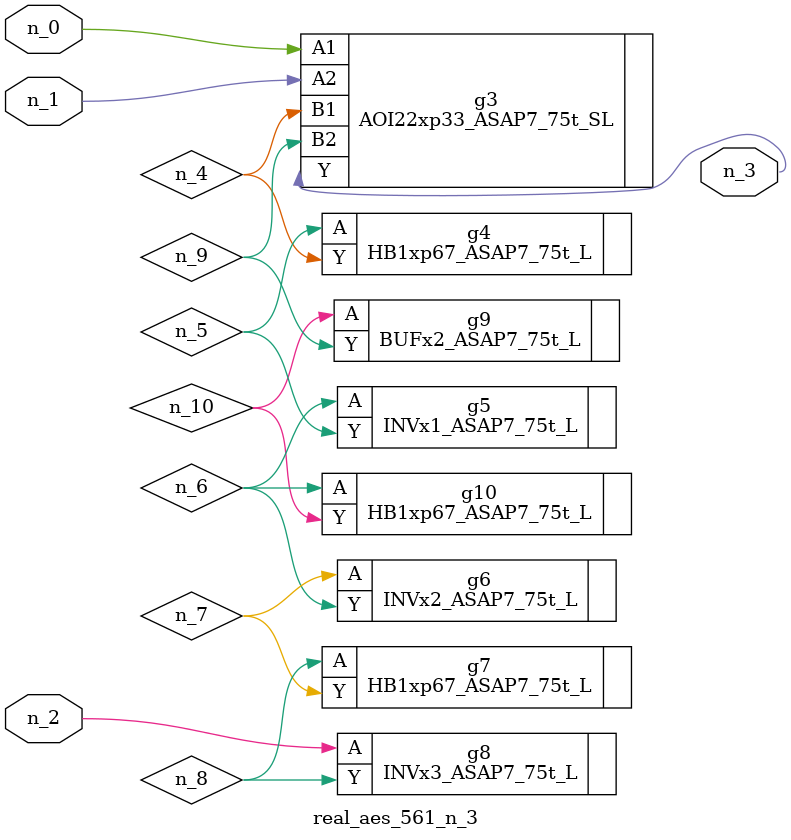
<source format=v>
module real_aes_561_n_3 (n_0, n_2, n_1, n_3);
input n_0;
input n_2;
input n_1;
output n_3;
wire n_4;
wire n_5;
wire n_7;
wire n_9;
wire n_6;
wire n_8;
wire n_10;
AOI22xp33_ASAP7_75t_SL g3 ( .A1(n_0), .A2(n_1), .B1(n_4), .B2(n_9), .Y(n_3) );
INVx3_ASAP7_75t_L g8 ( .A(n_2), .Y(n_8) );
HB1xp67_ASAP7_75t_L g4 ( .A(n_5), .Y(n_4) );
INVx1_ASAP7_75t_L g5 ( .A(n_6), .Y(n_5) );
HB1xp67_ASAP7_75t_L g10 ( .A(n_6), .Y(n_10) );
INVx2_ASAP7_75t_L g6 ( .A(n_7), .Y(n_6) );
HB1xp67_ASAP7_75t_L g7 ( .A(n_8), .Y(n_7) );
BUFx2_ASAP7_75t_L g9 ( .A(n_10), .Y(n_9) );
endmodule
</source>
